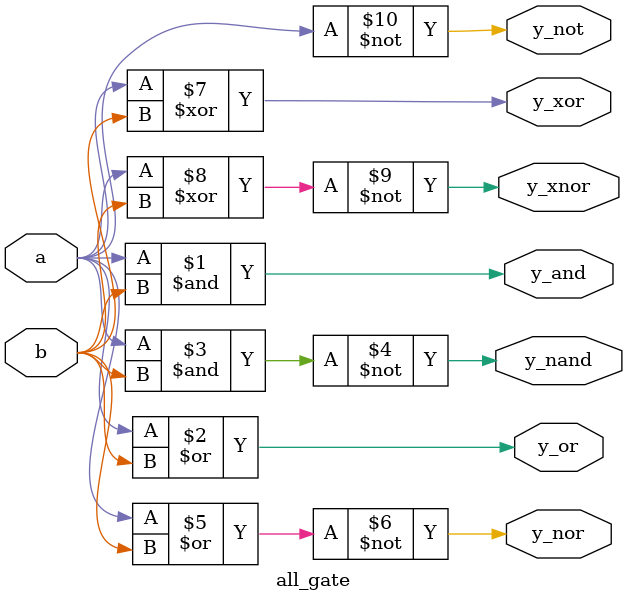
<source format=v>
module all_gate(input a,b ,output y_and,y_or,y_nand,y_nor,y_xor,y_xnor,y_not);
and (y_and,a,b);
or(y_or,a,b);
nand(y_nand,a,b);
nor(y_nor,a,b);
xor(y_xor,a,b);
//dataflow modelling
assign y_xnor=~(a^b);
assign y_not=~a;
endmodule




</source>
